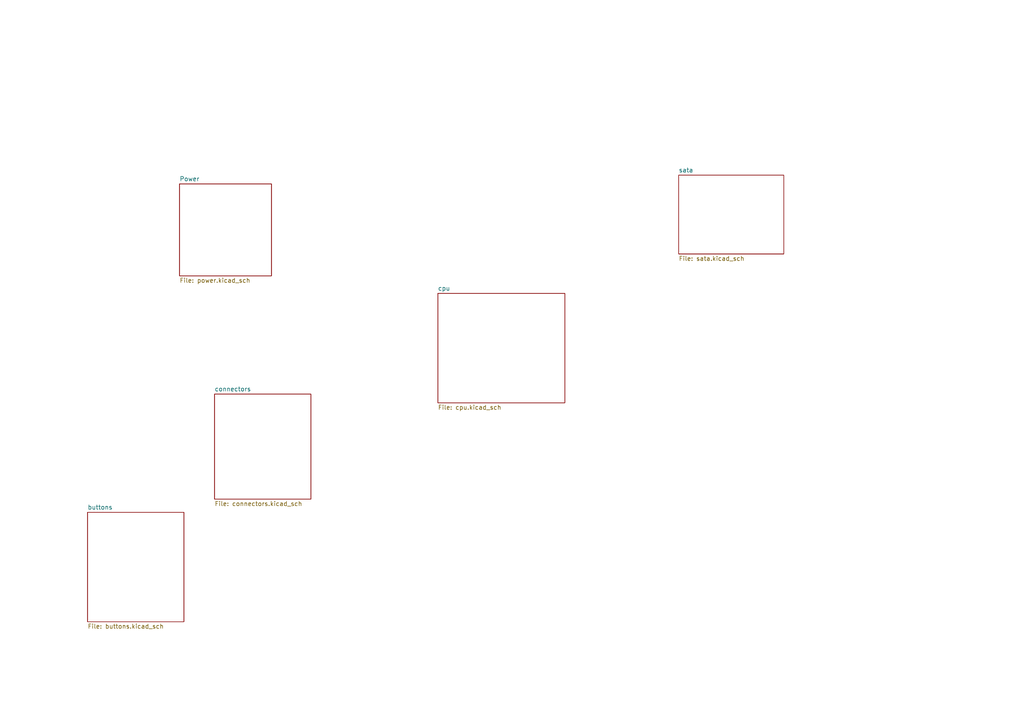
<source format=kicad_sch>
(kicad_sch
	(version 20231120)
	(generator "eeschema")
	(generator_version "8.0")
	(uuid "521fcede-69d7-4f6d-a594-609fca379ec3")
	(paper "A4")
	(lib_symbols)
	(sheet
		(at 127 85.09)
		(size 36.83 31.75)
		(fields_autoplaced yes)
		(stroke
			(width 0.1524)
			(type solid)
		)
		(fill
			(color 0 0 0 0.0000)
		)
		(uuid "0047e17d-33b3-4049-9b95-9a904173d4c1")
		(property "Sheetname" "cpu"
			(at 127 84.3784 0)
			(effects
				(font
					(size 1.27 1.27)
				)
				(justify left bottom)
			)
		)
		(property "Sheetfile" "cpu.kicad_sch"
			(at 127 117.4246 0)
			(effects
				(font
					(size 1.27 1.27)
				)
				(justify left top)
			)
		)
		(instances
			(project "minidisc"
				(path "/521fcede-69d7-4f6d-a594-609fca379ec3"
					(page "2")
				)
			)
		)
	)
	(sheet
		(at 52.07 53.34)
		(size 26.67 26.67)
		(fields_autoplaced yes)
		(stroke
			(width 0.1524)
			(type solid)
		)
		(fill
			(color 0 0 0 0.0000)
		)
		(uuid "6d45da5a-e3df-4340-9ada-2fb395fc4517")
		(property "Sheetname" "Power"
			(at 52.07 52.6284 0)
			(effects
				(font
					(size 1.27 1.27)
				)
				(justify left bottom)
			)
		)
		(property "Sheetfile" "power.kicad_sch"
			(at 52.07 80.5946 0)
			(effects
				(font
					(size 1.27 1.27)
				)
				(justify left top)
			)
		)
		(instances
			(project "minidisc"
				(path "/521fcede-69d7-4f6d-a594-609fca379ec3"
					(page "3")
				)
			)
		)
	)
	(sheet
		(at 25.4 148.59)
		(size 27.94 31.75)
		(fields_autoplaced yes)
		(stroke
			(width 0.1524)
			(type solid)
		)
		(fill
			(color 0 0 0 0.0000)
		)
		(uuid "93b31dc8-efce-45a3-83f8-59a8e0899de6")
		(property "Sheetname" "buttons"
			(at 25.4 147.8784 0)
			(effects
				(font
					(size 1.27 1.27)
				)
				(justify left bottom)
			)
		)
		(property "Sheetfile" "buttons.kicad_sch"
			(at 25.4 180.9246 0)
			(effects
				(font
					(size 1.27 1.27)
				)
				(justify left top)
			)
		)
		(instances
			(project "minidisc"
				(path "/521fcede-69d7-4f6d-a594-609fca379ec3"
					(page "6")
				)
			)
		)
	)
	(sheet
		(at 62.23 114.3)
		(size 27.94 30.48)
		(fields_autoplaced yes)
		(stroke
			(width 0.1524)
			(type solid)
		)
		(fill
			(color 0 0 0 0.0000)
		)
		(uuid "97e92068-8fa4-4c4f-8472-eaf36db290f4")
		(property "Sheetname" "connectors"
			(at 62.23 113.5884 0)
			(effects
				(font
					(size 1.27 1.27)
				)
				(justify left bottom)
			)
		)
		(property "Sheetfile" "connectors.kicad_sch"
			(at 62.23 145.3646 0)
			(effects
				(font
					(size 1.27 1.27)
				)
				(justify left top)
			)
		)
		(instances
			(project "minidisc"
				(path "/521fcede-69d7-4f6d-a594-609fca379ec3"
					(page "4")
				)
			)
		)
	)
	(sheet
		(at 196.85 50.8)
		(size 30.48 22.86)
		(fields_autoplaced yes)
		(stroke
			(width 0.1524)
			(type solid)
		)
		(fill
			(color 0 0 0 0.0000)
		)
		(uuid "d47a8b1f-459b-46d9-840f-7e6067dc913f")
		(property "Sheetname" "sata"
			(at 196.85 50.0884 0)
			(effects
				(font
					(size 1.27 1.27)
				)
				(justify left bottom)
			)
		)
		(property "Sheetfile" "sata.kicad_sch"
			(at 196.85 74.2446 0)
			(effects
				(font
					(size 1.27 1.27)
				)
				(justify left top)
			)
		)
		(instances
			(project "minidisc"
				(path "/521fcede-69d7-4f6d-a594-609fca379ec3"
					(page "5")
				)
			)
		)
	)
	(sheet_instances
		(path "/"
			(page "1")
		)
	)
)
</source>
